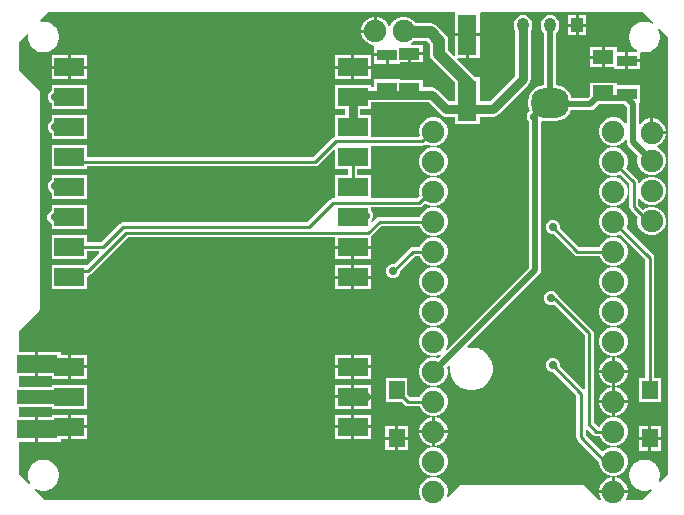
<source format=gbr>
G04*
G04 #@! TF.GenerationSoftware,Altium Limited,Altium Designer,25.5.2 (35)*
G04*
G04 Layer_Physical_Order=1*
G04 Layer_Color=6711008*
%FSLAX44Y44*%
%MOMM*%
G71*
G04*
G04 #@! TF.SameCoordinates,A7D09D84-BF10-4A22-89B3-4961FFB17041*
G04*
G04*
G04 #@! TF.FilePolarity,Positive*
G04*
G01*
G75*
%ADD14C,0.2540*%
%ADD19R,2.5000X1.5000*%
%ADD20R,1.7000X0.9500*%
%ADD21R,1.8000X1.0000*%
%ADD22R,1.6000X3.5000*%
G04:AMPARAMS|DCode=23|XSize=1.2mm|YSize=1mm|CornerRadius=0.5mm|HoleSize=0mm|Usage=FLASHONLY|Rotation=270.000|XOffset=0mm|YOffset=0mm|HoleType=Round|Shape=RoundedRectangle|*
%AMROUNDEDRECTD23*
21,1,1.2000,0.0000,0,0,270.0*
21,1,0.2000,1.0000,0,0,270.0*
1,1,1.0000,0.0000,-0.1000*
1,1,1.0000,0.0000,0.1000*
1,1,1.0000,0.0000,0.1000*
1,1,1.0000,0.0000,-0.1000*
%
%ADD23ROUNDEDRECTD23*%
%ADD24R,3.5000X1.6000*%
%ADD25R,1.8000X1.1500*%
%ADD26R,1.0000X1.2000*%
G04:AMPARAMS|DCode=27|XSize=2.5mm|YSize=3.1821mm|CornerRadius=1.0875mm|HoleSize=0mm|Usage=FLASHONLY|Rotation=270.000|XOffset=0mm|YOffset=0mm|HoleType=Round|Shape=RoundedRectangle|*
%AMROUNDEDRECTD27*
21,1,2.5000,1.0071,0,0,270.0*
21,1,0.3250,3.1821,0,0,270.0*
1,1,2.1750,-0.5036,-0.1625*
1,1,2.1750,-0.5036,0.1625*
1,1,2.1750,0.5036,0.1625*
1,1,2.1750,0.5036,-0.1625*
%
%ADD27ROUNDEDRECTD27*%
%ADD28R,3.5000X1.2000*%
%ADD35R,1.3599X1.5301*%
%ADD36C,0.7500*%
%ADD37C,1.0000*%
%ADD38C,0.5000*%
%ADD39C,1.9000*%
%ADD40C,0.7000*%
G36*
X354460Y415973D02*
Y398270D01*
X365000D01*
X375540D01*
Y415092D01*
X376417Y415969D01*
X513733Y415942D01*
X522466Y407208D01*
X521676Y406245D01*
X521436Y406405D01*
X521158Y406521D01*
X520907Y406688D01*
X519087Y407442D01*
X518792Y407500D01*
X518514Y407616D01*
X516582Y408000D01*
X516280D01*
X515985Y408059D01*
X514015D01*
X513720Y408000D01*
X513418D01*
X511486Y407616D01*
X511208Y407500D01*
X510913Y407442D01*
X509093Y406688D01*
X508842Y406520D01*
X508564Y406405D01*
X506926Y405311D01*
X506713Y405098D01*
X506463Y404930D01*
X505070Y403537D01*
X504902Y403287D01*
X504689Y403074D01*
X503595Y401436D01*
X503479Y401158D01*
X503312Y400907D01*
X502558Y399087D01*
X502500Y398792D01*
X502384Y398514D01*
X502000Y396582D01*
Y396280D01*
X501941Y395985D01*
Y394015D01*
X502000Y393720D01*
Y393418D01*
X502384Y391486D01*
X502500Y391208D01*
X502558Y390913D01*
X503312Y389093D01*
X503479Y388842D01*
X503595Y388564D01*
X504689Y386926D01*
X504902Y386713D01*
X505070Y386463D01*
X506463Y385070D01*
X506713Y384902D01*
X506926Y384689D01*
X508564Y383595D01*
X508842Y383479D01*
X508391Y382290D01*
X501270D01*
Y376270D01*
X511040D01*
Y381239D01*
X511076Y381332D01*
X512280Y382226D01*
X513418Y382000D01*
X513720D01*
X514015Y381941D01*
X515985D01*
X516280Y382000D01*
X516582D01*
X518514Y382384D01*
X518792Y382500D01*
X519087Y382558D01*
X520907Y383312D01*
X521158Y383479D01*
X521436Y383595D01*
X523074Y384689D01*
X523287Y384902D01*
X523537Y385070D01*
X524930Y386463D01*
X525098Y386713D01*
X525311Y386926D01*
X526405Y388564D01*
X526521Y388842D01*
X526688Y389093D01*
X527442Y390913D01*
X527500Y391208D01*
X527616Y391486D01*
X528000Y393418D01*
Y393720D01*
X528059Y394015D01*
Y395985D01*
X528000Y396280D01*
Y396582D01*
X527616Y398514D01*
X527500Y398792D01*
X527442Y399087D01*
X526688Y400907D01*
X526521Y401158D01*
X526405Y401436D01*
X526245Y401676D01*
X527208Y402466D01*
X535151Y394523D01*
Y25127D01*
X527968Y17944D01*
X526917Y18646D01*
X527442Y19913D01*
X527500Y20208D01*
X527616Y20486D01*
X528000Y22418D01*
Y22720D01*
X528059Y23015D01*
Y24985D01*
X528000Y25280D01*
Y25582D01*
X527616Y27514D01*
X527500Y27792D01*
X527442Y28087D01*
X526688Y29907D01*
X526521Y30158D01*
X526405Y30436D01*
X525311Y32074D01*
X525098Y32287D01*
X524930Y32538D01*
X523537Y33930D01*
X523287Y34098D01*
X523074Y34311D01*
X521436Y35405D01*
X521158Y35521D01*
X520907Y35688D01*
X519087Y36442D01*
X518792Y36500D01*
X518514Y36616D01*
X516582Y37000D01*
X516280D01*
X515985Y37059D01*
X514015D01*
X513720Y37000D01*
X513418D01*
X511486Y36616D01*
X511208Y36500D01*
X510913Y36442D01*
X509093Y35688D01*
X508842Y35521D01*
X508564Y35405D01*
X506926Y34311D01*
X506713Y34098D01*
X506463Y33930D01*
X505070Y32538D01*
X504902Y32287D01*
X504689Y32074D01*
X503595Y30436D01*
X503479Y30158D01*
X503312Y29907D01*
X502558Y28087D01*
X502500Y27792D01*
X502384Y27514D01*
X502000Y25582D01*
Y25280D01*
X501941Y24985D01*
Y23015D01*
X502000Y22720D01*
Y22418D01*
X502384Y20486D01*
X502500Y20208D01*
X502558Y19913D01*
X503312Y18093D01*
X503479Y17842D01*
X503595Y17564D01*
X504689Y15926D01*
X504902Y15713D01*
X505070Y15462D01*
X506463Y14070D01*
X506713Y13902D01*
X506926Y13689D01*
X508564Y12595D01*
X508842Y12479D01*
X509093Y12312D01*
X510913Y11558D01*
X511208Y11500D01*
X511486Y11384D01*
X513418Y11000D01*
X513720D01*
X514015Y10941D01*
X515985D01*
X516280Y11000D01*
X516582D01*
X518514Y11384D01*
X518792Y11500D01*
X519087Y11558D01*
X520354Y12083D01*
X521056Y11032D01*
X513083Y3059D01*
X499689D01*
X499070Y4132D01*
X499866Y5513D01*
X500687Y8575D01*
Y8890D01*
X476607D01*
Y8575D01*
X477427Y5513D01*
X478224Y4132D01*
X477604Y3059D01*
X475977D01*
X464173Y14863D01*
X463181Y15526D01*
X462010Y15759D01*
X462010Y15759D01*
X360410D01*
X360410Y15759D01*
X359240Y15526D01*
X358247Y14863D01*
X358247Y14863D01*
X348685Y5300D01*
X347573Y5942D01*
X348280Y8580D01*
Y11740D01*
X347462Y14792D01*
X345882Y17528D01*
X343648Y19762D01*
X340912Y21342D01*
X337860Y22160D01*
X334700D01*
X331648Y21342D01*
X328912Y19762D01*
X326678Y17528D01*
X325098Y14792D01*
X324280Y11740D01*
Y8580D01*
X325098Y5528D01*
X325904Y4132D01*
X325284Y3059D01*
X7267D01*
X-1466Y11792D01*
X-676Y12755D01*
X-436Y12595D01*
X-158Y12479D01*
X93Y12312D01*
X1913Y11558D01*
X2208Y11500D01*
X2486Y11384D01*
X4418Y11000D01*
X4720D01*
X5015Y10941D01*
X6985D01*
X7280Y11000D01*
X7582D01*
X9514Y11384D01*
X9792Y11500D01*
X10087Y11558D01*
X11907Y12312D01*
X12158Y12479D01*
X12436Y12595D01*
X14074Y13689D01*
X14287Y13902D01*
X14538Y14070D01*
X15930Y15462D01*
X16098Y15713D01*
X16311Y15926D01*
X17405Y17564D01*
X17521Y17842D01*
X17688Y18093D01*
X18442Y19913D01*
X18500Y20208D01*
X18616Y20486D01*
X19000Y22418D01*
Y22720D01*
X19059Y23015D01*
Y24985D01*
X19000Y25280D01*
Y25582D01*
X18616Y27514D01*
X18500Y27792D01*
X18442Y28087D01*
X17688Y29907D01*
X17521Y30158D01*
X17405Y30436D01*
X16311Y32074D01*
X16098Y32287D01*
X15930Y32538D01*
X14538Y33930D01*
X14287Y34098D01*
X14074Y34311D01*
X12436Y35405D01*
X12158Y35521D01*
X11907Y35688D01*
X10087Y36442D01*
X9792Y36500D01*
X9514Y36616D01*
X7582Y37000D01*
X7280D01*
X6985Y37059D01*
X5015D01*
X4720Y37000D01*
X4418D01*
X2486Y36616D01*
X2208Y36500D01*
X1912Y36442D01*
X93Y35688D01*
X-158Y35521D01*
X-436Y35405D01*
X-2074Y34311D01*
X-2287Y34098D01*
X-2537Y33930D01*
X-3930Y32538D01*
X-4098Y32287D01*
X-4311Y32074D01*
X-5405Y30436D01*
X-5520Y30158D01*
X-5688Y29907D01*
X-6442Y28087D01*
X-6500Y27792D01*
X-6616Y27514D01*
X-7000Y25582D01*
Y25280D01*
X-7059Y24985D01*
Y23015D01*
X-7000Y22720D01*
Y22418D01*
X-6616Y20486D01*
X-6500Y20208D01*
X-6442Y19913D01*
X-5688Y18093D01*
X-5520Y17842D01*
X-5405Y17564D01*
X-5245Y17324D01*
X-6208Y16534D01*
X-14721Y25047D01*
Y52184D01*
X-670D01*
Y62724D01*
Y73264D01*
X-14721D01*
Y81924D01*
X13082D01*
Y80270D01*
X43082D01*
Y100270D01*
X13082D01*
Y98924D01*
X-14721D01*
Y107584D01*
X-670D01*
Y118124D01*
Y128664D01*
X-14721D01*
Y145098D01*
X2236Y163267D01*
X2523Y163730D01*
X2826Y164184D01*
X2836Y164236D01*
X2864Y164282D01*
X2952Y164820D01*
X3059Y165354D01*
Y347709D01*
X2826Y348880D01*
X2163Y349872D01*
X2163Y349872D01*
X-14721Y366755D01*
Y391164D01*
X-8006Y397878D01*
X-6864Y397267D01*
X-7000Y396582D01*
Y396280D01*
X-7059Y395985D01*
Y394015D01*
X-7000Y393720D01*
Y393418D01*
X-6616Y391486D01*
X-6500Y391208D01*
X-6442Y390913D01*
X-5688Y389093D01*
X-5520Y388842D01*
X-5405Y388564D01*
X-4311Y386926D01*
X-4098Y386713D01*
X-3930Y386463D01*
X-2537Y385070D01*
X-2287Y384902D01*
X-2074Y384689D01*
X-436Y383595D01*
X-158Y383479D01*
X93Y383312D01*
X1913Y382558D01*
X2208Y382500D01*
X2486Y382384D01*
X4418Y382000D01*
X4720D01*
X5015Y381941D01*
X6985D01*
X7280Y382000D01*
X7582D01*
X9514Y382384D01*
X9792Y382500D01*
X10087Y382558D01*
X11907Y383312D01*
X12158Y383479D01*
X12436Y383595D01*
X14074Y384689D01*
X14287Y384902D01*
X14538Y385070D01*
X15930Y386463D01*
X16098Y386713D01*
X16311Y386926D01*
X17405Y388564D01*
X17521Y388842D01*
X17688Y389093D01*
X18442Y390913D01*
X18500Y391208D01*
X18616Y391486D01*
X19000Y393418D01*
Y393720D01*
X19059Y394015D01*
Y395985D01*
X19000Y396280D01*
Y396582D01*
X18616Y398514D01*
X18500Y398792D01*
X18442Y399087D01*
X17688Y400907D01*
X17521Y401158D01*
X17405Y401436D01*
X16311Y403074D01*
X16098Y403287D01*
X15930Y403537D01*
X14538Y404930D01*
X14287Y405098D01*
X14074Y405311D01*
X12436Y406405D01*
X12158Y406521D01*
X11907Y406688D01*
X10087Y407442D01*
X9792Y407500D01*
X9514Y407616D01*
X7582Y408000D01*
X7280D01*
X6985Y408059D01*
X5015D01*
X4720Y408000D01*
X4418D01*
X3733Y407864D01*
X3122Y409006D01*
X10156Y416041D01*
X354460Y415973D01*
D02*
G37*
%LPC*%
G36*
X465440Y413490D02*
X459170D01*
Y406220D01*
X465440D01*
Y413490D01*
D02*
G37*
G36*
X456630D02*
X450360D01*
Y406220D01*
X456630D01*
Y413490D01*
D02*
G37*
G36*
X285730Y412040D02*
X285415D01*
X282353Y411219D01*
X279607Y409634D01*
X277366Y407393D01*
X275781Y404647D01*
X274960Y401585D01*
Y401270D01*
X285730D01*
Y412040D01*
D02*
G37*
G36*
X465440Y403680D02*
X459170D01*
Y396410D01*
X465440D01*
Y403680D01*
D02*
G37*
G36*
X456630D02*
X450360D01*
Y396410D01*
X456630D01*
Y403680D01*
D02*
G37*
G36*
X478730Y386290D02*
X468460D01*
Y379270D01*
X478730D01*
Y386290D01*
D02*
G37*
G36*
X375540Y395730D02*
X366270D01*
Y376960D01*
X375540D01*
Y395730D01*
D02*
G37*
G36*
X327460Y379730D02*
X317190D01*
Y373460D01*
X327460D01*
Y379730D01*
D02*
G37*
G36*
X295910Y378490D02*
X286140D01*
Y372470D01*
X295910D01*
Y378490D01*
D02*
G37*
G36*
X283121Y379510D02*
X269351D01*
Y370740D01*
X283121D01*
Y379510D01*
D02*
G37*
G36*
X266811D02*
X253041D01*
Y370740D01*
X266811D01*
Y379510D01*
D02*
G37*
G36*
X43122D02*
X29352D01*
Y370740D01*
X43122D01*
Y379510D01*
D02*
G37*
G36*
X26812D02*
X13042D01*
Y370740D01*
X26812D01*
Y379510D01*
D02*
G37*
G36*
X478730Y376730D02*
X468460D01*
Y369710D01*
X478730D01*
Y376730D01*
D02*
G37*
G36*
X511040Y373730D02*
X501270D01*
Y367710D01*
X511040D01*
Y373730D01*
D02*
G37*
G36*
X491540Y386290D02*
X481270D01*
Y378000D01*
Y369710D01*
X488960D01*
Y367710D01*
X498730D01*
Y375000D01*
Y382290D01*
X491540D01*
Y386290D01*
D02*
G37*
G36*
X283121Y368200D02*
X269351D01*
Y359430D01*
X283121D01*
Y368200D01*
D02*
G37*
G36*
X266811D02*
X253041D01*
Y359430D01*
X266811D01*
Y368200D01*
D02*
G37*
G36*
X43122D02*
X29352D01*
Y359430D01*
X43122D01*
Y368200D01*
D02*
G37*
G36*
X26812D02*
X13042D01*
Y359430D01*
X26812D01*
Y368200D01*
D02*
G37*
G36*
X412100Y413515D02*
X410142Y413257D01*
X408318Y412501D01*
X406751Y411299D01*
X405549Y409732D01*
X404793Y407908D01*
X404535Y405950D01*
Y403950D01*
X404793Y401992D01*
X405549Y400168D01*
X405728Y399935D01*
Y361740D01*
X384360Y340372D01*
X375500D01*
Y361000D01*
X371198D01*
X356384Y375814D01*
X356858Y376960D01*
X363730D01*
Y395730D01*
X354460D01*
Y379358D01*
X353314Y378884D01*
X348565Y383633D01*
Y392000D01*
X348307Y393958D01*
X347551Y395782D01*
X346349Y397349D01*
X339349Y404349D01*
X337782Y405551D01*
X335958Y406307D01*
X334000Y406565D01*
X321245D01*
X320822Y406988D01*
X320602Y407368D01*
X318368Y409602D01*
X317409Y410156D01*
X316894Y410551D01*
X316294Y410800D01*
X315632Y411182D01*
X312580Y412000D01*
X309420D01*
X306368Y411182D01*
X303632Y409602D01*
X301398Y407368D01*
X299818Y404632D01*
X299641Y403971D01*
X298401D01*
X298220Y404647D01*
X296634Y407393D01*
X294393Y409634D01*
X291647Y411219D01*
X288585Y412040D01*
X288270D01*
Y400000D01*
X287000D01*
Y398730D01*
X274960D01*
Y398415D01*
X275781Y395353D01*
X277366Y392607D01*
X279607Y390366D01*
X282353Y388781D01*
X285371Y387972D01*
X286140Y387050D01*
Y381030D01*
X297180D01*
Y379760D01*
X298450D01*
Y372470D01*
X308220D01*
Y373460D01*
X314650D01*
Y381000D01*
X315920D01*
Y382270D01*
X327460D01*
Y388540D01*
X317631D01*
X317298Y389780D01*
X318368Y390398D01*
X319406Y391435D01*
X330867D01*
X333435Y388867D01*
Y380500D01*
X333693Y378542D01*
X334449Y376718D01*
X335651Y375151D01*
X354500Y356302D01*
Y340372D01*
X349640D01*
X339506Y350506D01*
X337439Y351887D01*
X335000Y352372D01*
X327420D01*
Y358500D01*
X308180D01*
Y359010D01*
X286180D01*
Y352372D01*
X283081D01*
Y354070D01*
X253081D01*
Y334070D01*
X261709D01*
Y328670D01*
X253081D01*
Y310414D01*
X252113Y310221D01*
X250866Y309388D01*
X250866Y309388D01*
X234628Y293150D01*
X43082D01*
Y303270D01*
X13082D01*
Y283270D01*
X43082D01*
Y285462D01*
X236220D01*
X236220Y285462D01*
X237691Y285755D01*
X238938Y286588D01*
X251936Y299586D01*
X253081Y299111D01*
Y283270D01*
X264237D01*
Y277870D01*
X253081D01*
Y258314D01*
X251422D01*
X249951Y258021D01*
X248704Y257188D01*
X248704Y257188D01*
X229469Y237953D01*
X73566D01*
X73566Y237953D01*
X72095Y237661D01*
X70848Y236828D01*
X70848Y236828D01*
X55184Y221164D01*
X43082D01*
Y227070D01*
X13082D01*
Y207070D01*
X43082D01*
Y213476D01*
X53004D01*
X53478Y212330D01*
X42818Y201670D01*
X13082D01*
Y181670D01*
X43082D01*
Y191824D01*
X43410Y192982D01*
X44881Y193275D01*
X46128Y194108D01*
X77246Y225226D01*
X253041D01*
Y218340D01*
X283121D01*
Y225923D01*
X283763Y226352D01*
X292328Y234916D01*
X324887D01*
X325098Y234128D01*
X326678Y231392D01*
X328912Y229158D01*
X331648Y227578D01*
X334700Y226760D01*
X337860D01*
X340912Y227578D01*
X343648Y229158D01*
X345882Y231392D01*
X347462Y234128D01*
X348280Y237180D01*
Y240340D01*
X347462Y243392D01*
X345882Y246128D01*
X343648Y248362D01*
X340912Y249942D01*
X337860Y250760D01*
X334700D01*
X331648Y249942D01*
X328912Y248362D01*
X326678Y246128D01*
X325098Y243392D01*
X324887Y242604D01*
X290736D01*
X290735Y242604D01*
X289265Y242311D01*
X288018Y241478D01*
X288017Y241478D01*
X284744Y238205D01*
X283437Y238651D01*
X283353Y239307D01*
X284487Y240441D01*
X285400Y242647D01*
Y245033D01*
X284487Y247239D01*
X283081Y248644D01*
Y250626D01*
X324050D01*
X324050Y250626D01*
X325521Y250918D01*
X326768Y251752D01*
X329332Y254315D01*
X331648Y252978D01*
X334700Y252160D01*
X337860D01*
X340912Y252978D01*
X343648Y254558D01*
X345882Y256792D01*
X347462Y259528D01*
X348280Y262580D01*
Y265740D01*
X347462Y268792D01*
X345882Y271528D01*
X343648Y273762D01*
X340912Y275342D01*
X337860Y276160D01*
X334700D01*
X331648Y275342D01*
X328912Y273762D01*
X326678Y271528D01*
X325098Y268792D01*
X324280Y265740D01*
Y262580D01*
X324797Y260652D01*
X322458Y258314D01*
X283081D01*
Y277870D01*
X271925D01*
Y283270D01*
X283081D01*
Y302826D01*
X326437D01*
X326437Y302826D01*
X327908Y303118D01*
X329155Y303952D01*
X329957Y304754D01*
X331648Y303778D01*
X334700Y302960D01*
X337860D01*
X340912Y303778D01*
X343648Y305358D01*
X345882Y307592D01*
X347462Y310328D01*
X348280Y313380D01*
Y316540D01*
X347462Y319592D01*
X345882Y322328D01*
X343648Y324562D01*
X340912Y326142D01*
X337860Y326960D01*
X334700D01*
X331648Y326142D01*
X328912Y324562D01*
X326678Y322328D01*
X325098Y319592D01*
X324280Y316540D01*
Y313380D01*
X324716Y311754D01*
X323764Y310514D01*
X283081D01*
Y328670D01*
X274454D01*
Y334070D01*
X283081D01*
Y339627D01*
X332360D01*
X342494Y329494D01*
X342494Y329494D01*
X344561Y328113D01*
X347000Y327627D01*
X354500D01*
Y321000D01*
X375500D01*
Y327627D01*
X387000D01*
X389439Y328113D01*
X391506Y329494D01*
X416606Y354594D01*
X417987Y356661D01*
X418472Y359100D01*
Y399935D01*
X418651Y400168D01*
X419407Y401992D01*
X419665Y403950D01*
Y405950D01*
X419407Y407908D01*
X418651Y409732D01*
X417449Y411299D01*
X415882Y412501D01*
X414058Y413257D01*
X412100Y413515D01*
D02*
G37*
G36*
X43082Y354070D02*
X13082D01*
Y349455D01*
X12603Y349257D01*
X10915Y347569D01*
X10002Y345364D01*
Y342976D01*
X10915Y340771D01*
X12603Y339083D01*
X13082Y338885D01*
Y334070D01*
X43082D01*
Y354070D01*
D02*
G37*
G36*
X435000Y413515D02*
X433042Y413257D01*
X431218Y412501D01*
X429651Y411299D01*
X428449Y409732D01*
X427693Y407908D01*
X427435Y405950D01*
Y403950D01*
X427693Y401992D01*
X428449Y400168D01*
X429651Y398601D01*
X429902Y398408D01*
Y354157D01*
X426473Y353706D01*
X423219Y352358D01*
X420425Y350214D01*
X418281Y347420D01*
X416934Y344167D01*
X416474Y340675D01*
Y337425D01*
X416934Y333933D01*
X417664Y332169D01*
X416553Y331059D01*
X415640Y328853D01*
Y326466D01*
X416553Y324261D01*
X417112Y323703D01*
Y199802D01*
X347604Y130293D01*
X346612Y131055D01*
X347462Y132528D01*
X348280Y135580D01*
Y138740D01*
X347462Y141792D01*
X345882Y144528D01*
X343648Y146762D01*
X340912Y148342D01*
X337860Y149160D01*
X334700D01*
X331648Y148342D01*
X328912Y146762D01*
X326678Y144528D01*
X325098Y141792D01*
X324280Y138740D01*
Y135580D01*
X325098Y132528D01*
X326678Y129792D01*
X328912Y127558D01*
X331648Y125978D01*
X334700Y125160D01*
X337860D01*
X340912Y125978D01*
X342385Y126828D01*
X343147Y125836D01*
X340392Y123082D01*
X337860Y123760D01*
X334700D01*
X331648Y122942D01*
X328912Y121362D01*
X326678Y119128D01*
X325098Y116392D01*
X324280Y113340D01*
Y110180D01*
X325098Y107128D01*
X326678Y104392D01*
X328912Y102158D01*
X331648Y100578D01*
X334700Y99760D01*
X337860D01*
X340912Y100578D01*
X343648Y102158D01*
X345882Y104392D01*
X347462Y107128D01*
X348280Y110180D01*
Y113340D01*
X347602Y115872D01*
X349317Y117587D01*
X350460Y116976D01*
X350280Y116074D01*
Y115773D01*
X350221Y115477D01*
Y112523D01*
X350280Y112227D01*
Y111926D01*
X350856Y109028D01*
X350972Y108750D01*
X351031Y108454D01*
X352161Y105724D01*
X352329Y105474D01*
X352444Y105196D01*
X354086Y102739D01*
X354299Y102526D01*
X354466Y102275D01*
X356555Y100186D01*
X356806Y100019D01*
X357019Y99805D01*
X359476Y98164D01*
X359754Y98049D01*
X360004Y97881D01*
X362734Y96750D01*
X363030Y96692D01*
X363308Y96576D01*
X366206Y96000D01*
X366507D01*
X366803Y95941D01*
X369757D01*
X370053Y96000D01*
X370354D01*
X373252Y96576D01*
X373530Y96692D01*
X373826Y96750D01*
X376556Y97881D01*
X376806Y98049D01*
X377085Y98164D01*
X379541Y99805D01*
X379754Y100019D01*
X380005Y100186D01*
X382094Y102275D01*
X382262Y102526D01*
X382475Y102739D01*
X384116Y105196D01*
X384231Y105474D01*
X384399Y105724D01*
X385530Y108454D01*
X385588Y108750D01*
X385704Y109028D01*
X386280Y111926D01*
Y112227D01*
X386339Y112523D01*
Y115477D01*
X386280Y115773D01*
Y116074D01*
X385704Y118972D01*
X385588Y119250D01*
X385530Y119546D01*
X384399Y122276D01*
X384231Y122526D01*
X384116Y122804D01*
X382475Y125261D01*
X382262Y125474D01*
X382094Y125725D01*
X380005Y127814D01*
X379754Y127982D01*
X379541Y128195D01*
X377085Y129836D01*
X376806Y129951D01*
X376556Y130119D01*
X373826Y131250D01*
X373530Y131308D01*
X373252Y131424D01*
X370354Y132000D01*
X370053D01*
X369757Y132059D01*
X366803D01*
X366507Y132000D01*
X366206D01*
X365304Y131820D01*
X364693Y132963D01*
X425815Y194085D01*
X426920Y195739D01*
X427308Y197690D01*
Y323344D01*
X428240Y324162D01*
X429964Y323935D01*
X440036D01*
X443527Y324394D01*
X446781Y325742D01*
X449575Y327886D01*
X451719Y330680D01*
X452639Y332902D01*
X469000D01*
X470951Y333290D01*
X472605Y334395D01*
X476112Y337902D01*
X497959D01*
X499902Y335959D01*
Y322003D01*
X498662Y321671D01*
X498282Y322328D01*
X496048Y324562D01*
X493312Y326142D01*
X490260Y326960D01*
X487100D01*
X484048Y326142D01*
X481312Y324562D01*
X479078Y322328D01*
X477498Y319592D01*
X476680Y316540D01*
Y313380D01*
X477498Y310328D01*
X479078Y307592D01*
X481312Y305358D01*
X484048Y303778D01*
X487100Y302960D01*
X490260D01*
X493312Y303778D01*
X496048Y305358D01*
X498282Y307592D01*
X498662Y308249D01*
X499902Y307917D01*
Y306394D01*
X500290Y304443D01*
X501395Y302789D01*
X509695Y294490D01*
X509016Y291958D01*
Y288798D01*
X509834Y285746D01*
X511414Y283010D01*
X513648Y280776D01*
X516384Y279196D01*
X519436Y278378D01*
X522596D01*
X525648Y279196D01*
X528384Y280776D01*
X530618Y283010D01*
X532198Y285746D01*
X533016Y288798D01*
Y291958D01*
X532198Y295010D01*
X530618Y297746D01*
X528384Y299980D01*
X525723Y301517D01*
X525647Y301904D01*
Y302437D01*
X525722Y302824D01*
X528393Y304366D01*
X530634Y306607D01*
X532220Y309353D01*
X533040Y312415D01*
Y312730D01*
X521000D01*
Y314000D01*
X519730D01*
Y326040D01*
X519415D01*
X516353Y325219D01*
X513607Y323634D01*
X511366Y321393D01*
X511296Y321272D01*
X510098Y321592D01*
Y338071D01*
X510011Y338510D01*
X511000Y339750D01*
X511000D01*
Y354250D01*
X491500D01*
Y356250D01*
X468500D01*
Y344710D01*
X466888Y343098D01*
X453207D01*
X453066Y344167D01*
X451719Y347420D01*
X449575Y350214D01*
X446781Y352358D01*
X443527Y353706D01*
X440098Y354157D01*
Y398408D01*
X440349Y398601D01*
X441551Y400168D01*
X442307Y401992D01*
X442565Y403950D01*
Y405950D01*
X442307Y407908D01*
X441551Y409732D01*
X440349Y411299D01*
X438782Y412501D01*
X436958Y413257D01*
X435000Y413515D01*
D02*
G37*
G36*
X522585Y326040D02*
X522270D01*
Y315270D01*
X533040D01*
Y315585D01*
X532220Y318647D01*
X530634Y321393D01*
X528393Y323634D01*
X525647Y325219D01*
X522585Y326040D01*
D02*
G37*
G36*
X43082Y328670D02*
X13082D01*
Y324166D01*
X12586Y323961D01*
X10898Y322273D01*
X9985Y320068D01*
Y317681D01*
X10898Y315476D01*
X12586Y313788D01*
X13082Y313583D01*
Y308670D01*
X43082D01*
Y328670D01*
D02*
G37*
G36*
X337860Y301560D02*
X334700D01*
X331648Y300742D01*
X328912Y299162D01*
X326678Y296928D01*
X325098Y294192D01*
X324280Y291140D01*
Y287980D01*
X325098Y284928D01*
X326678Y282192D01*
X328912Y279958D01*
X331648Y278378D01*
X334700Y277560D01*
X337860D01*
X340912Y278378D01*
X343648Y279958D01*
X345882Y282192D01*
X347462Y284928D01*
X348280Y287980D01*
Y291140D01*
X347462Y294192D01*
X345882Y296928D01*
X343648Y299162D01*
X340912Y300742D01*
X337860Y301560D01*
D02*
G37*
G36*
X43082Y277870D02*
X13082D01*
Y273657D01*
X12857Y273565D01*
X11169Y271877D01*
X10256Y269671D01*
Y267285D01*
X11169Y265079D01*
X12857Y263391D01*
X13082Y263298D01*
Y257870D01*
X43082D01*
Y277870D01*
D02*
G37*
G36*
X490260Y301560D02*
X487100D01*
X484048Y300742D01*
X481312Y299162D01*
X479078Y296928D01*
X477498Y294192D01*
X476680Y291140D01*
Y287980D01*
X477498Y284928D01*
X479078Y282192D01*
X481312Y279958D01*
X484048Y278378D01*
X487100Y277560D01*
X490260D01*
X493312Y278378D01*
X494018Y278786D01*
X502156Y270648D01*
Y251343D01*
X502156Y251343D01*
X502449Y249872D01*
X503282Y248625D01*
X509490Y242417D01*
X509016Y240650D01*
Y237490D01*
X509834Y234438D01*
X511414Y231702D01*
X513648Y229468D01*
X516384Y227888D01*
X519436Y227070D01*
X522596D01*
X525648Y227888D01*
X528384Y229468D01*
X530618Y231702D01*
X532198Y234438D01*
X533016Y237490D01*
Y240650D01*
X532198Y243702D01*
X530618Y246438D01*
X528384Y248672D01*
X525648Y250252D01*
X522596Y251070D01*
X519436D01*
X516384Y250252D01*
X513939Y248840D01*
X509844Y252935D01*
Y257679D01*
X511042Y258000D01*
X511414Y257356D01*
X513648Y255122D01*
X516384Y253542D01*
X519436Y252724D01*
X522596D01*
X525648Y253542D01*
X528384Y255122D01*
X530618Y257356D01*
X532198Y260092D01*
X533016Y263144D01*
Y266304D01*
X532198Y269356D01*
X530618Y272092D01*
X528384Y274326D01*
X525648Y275906D01*
X522596Y276724D01*
X519436D01*
X516384Y275906D01*
X513648Y274326D01*
X511414Y272092D01*
X511042Y271448D01*
X509844Y271769D01*
Y272240D01*
X509844Y272240D01*
X509551Y273711D01*
X508718Y274958D01*
X499454Y284222D01*
X499862Y284928D01*
X500680Y287980D01*
Y291140D01*
X499862Y294192D01*
X498282Y296928D01*
X496048Y299162D01*
X493312Y300742D01*
X490260Y301560D01*
D02*
G37*
G36*
Y276160D02*
X487100D01*
X484048Y275342D01*
X481312Y273762D01*
X479078Y271528D01*
X477498Y268792D01*
X476680Y265740D01*
Y262580D01*
X477498Y259528D01*
X479078Y256792D01*
X481312Y254558D01*
X484048Y252978D01*
X487100Y252160D01*
X490260D01*
X493312Y252978D01*
X496048Y254558D01*
X498282Y256792D01*
X499862Y259528D01*
X500680Y262580D01*
Y265740D01*
X499862Y268792D01*
X498282Y271528D01*
X496048Y273762D01*
X493312Y275342D01*
X490260Y276160D01*
D02*
G37*
G36*
X43082Y252470D02*
X13082D01*
Y247811D01*
X12095Y247403D01*
X10407Y245715D01*
X9494Y243510D01*
Y241122D01*
X10407Y238917D01*
X12095Y237229D01*
X13082Y236821D01*
Y232470D01*
X43082D01*
Y252470D01*
D02*
G37*
G36*
X337860Y225360D02*
X334700D01*
X331648Y224542D01*
X328912Y222962D01*
X326678Y220728D01*
X325098Y217992D01*
X324887Y217204D01*
X318770D01*
X318770Y217204D01*
X317299Y216911D01*
X316052Y216078D01*
X302570Y202596D01*
X300812D01*
X298607Y201683D01*
X296919Y199995D01*
X296006Y197789D01*
Y195403D01*
X296919Y193197D01*
X298607Y191509D01*
X300812Y190596D01*
X303200D01*
X305405Y191509D01*
X307093Y193197D01*
X308006Y195403D01*
Y197160D01*
X320362Y209516D01*
X324887D01*
X325098Y208728D01*
X326678Y205992D01*
X328912Y203758D01*
X331648Y202178D01*
X334700Y201360D01*
X337860D01*
X340912Y202178D01*
X343648Y203758D01*
X345882Y205992D01*
X347462Y208728D01*
X348280Y211780D01*
Y214940D01*
X347462Y217992D01*
X345882Y220728D01*
X343648Y222962D01*
X340912Y224542D01*
X337860Y225360D01*
D02*
G37*
G36*
X283121Y215800D02*
X269351D01*
Y207030D01*
X283121D01*
Y215800D01*
D02*
G37*
G36*
X266811D02*
X253041D01*
Y207030D01*
X266811D01*
Y215800D01*
D02*
G37*
G36*
X438610Y240000D02*
X436223D01*
X434018Y239086D01*
X432330Y237399D01*
X431417Y235194D01*
Y232806D01*
X432330Y230601D01*
X434018Y228913D01*
X436223Y228000D01*
X437981D01*
X455339Y210642D01*
X456586Y209809D01*
X458057Y209516D01*
X477287D01*
X477498Y208728D01*
X479078Y205992D01*
X481312Y203758D01*
X484048Y202178D01*
X487100Y201360D01*
X490260D01*
X493312Y202178D01*
X496048Y203758D01*
X498282Y205992D01*
X499862Y208728D01*
X500680Y211780D01*
Y214940D01*
X499862Y217992D01*
X498282Y220728D01*
X496048Y222962D01*
X493312Y224542D01*
X490260Y225360D01*
X487100D01*
X484048Y224542D01*
X481312Y222962D01*
X479078Y220728D01*
X477498Y217992D01*
X477287Y217204D01*
X459649D01*
X443417Y233436D01*
Y235194D01*
X442503Y237399D01*
X440816Y239086D01*
X438610Y240000D01*
D02*
G37*
G36*
X283121Y201710D02*
X269351D01*
Y192940D01*
X283121D01*
Y201710D01*
D02*
G37*
G36*
X266811D02*
X253041D01*
Y192940D01*
X266811D01*
Y201710D01*
D02*
G37*
G36*
X283121Y190400D02*
X269351D01*
Y181630D01*
X283121D01*
Y190400D01*
D02*
G37*
G36*
X266811D02*
X253041D01*
Y181630D01*
X266811D01*
Y190400D01*
D02*
G37*
G36*
X490260Y199960D02*
X487100D01*
X484048Y199142D01*
X481312Y197562D01*
X479078Y195328D01*
X477498Y192592D01*
X476680Y189540D01*
Y186380D01*
X477498Y183328D01*
X479078Y180592D01*
X481312Y178358D01*
X484048Y176778D01*
X487100Y175960D01*
X490260D01*
X493312Y176778D01*
X496048Y178358D01*
X498282Y180592D01*
X499862Y183328D01*
X500680Y186380D01*
Y189540D01*
X499862Y192592D01*
X498282Y195328D01*
X496048Y197562D01*
X493312Y199142D01*
X490260Y199960D01*
D02*
G37*
G36*
X337860D02*
X334700D01*
X331648Y199142D01*
X328912Y197562D01*
X326678Y195328D01*
X325098Y192592D01*
X324280Y189540D01*
Y186380D01*
X325098Y183328D01*
X326678Y180592D01*
X328912Y178358D01*
X331648Y176778D01*
X334700Y175960D01*
X337860D01*
X340912Y176778D01*
X343648Y178358D01*
X345882Y180592D01*
X347462Y183328D01*
X348280Y186380D01*
Y189540D01*
X347462Y192592D01*
X345882Y195328D01*
X343648Y197562D01*
X340912Y199142D01*
X337860Y199960D01*
D02*
G37*
G36*
X490260Y174560D02*
X487100D01*
X484048Y173742D01*
X481312Y172162D01*
X479078Y169928D01*
X477498Y167192D01*
X476680Y164140D01*
Y160980D01*
X477498Y157928D01*
X479078Y155192D01*
X481312Y152958D01*
X484048Y151378D01*
X487100Y150560D01*
X490260D01*
X493312Y151378D01*
X496048Y152958D01*
X498282Y155192D01*
X499862Y157928D01*
X500680Y160980D01*
Y164140D01*
X499862Y167192D01*
X498282Y169928D01*
X496048Y172162D01*
X493312Y173742D01*
X490260Y174560D01*
D02*
G37*
G36*
X337860D02*
X334700D01*
X331648Y173742D01*
X328912Y172162D01*
X326678Y169928D01*
X325098Y167192D01*
X324280Y164140D01*
Y160980D01*
X325098Y157928D01*
X326678Y155192D01*
X328912Y152958D01*
X331648Y151378D01*
X334700Y150560D01*
X337860D01*
X340912Y151378D01*
X343648Y152958D01*
X345882Y155192D01*
X347462Y157928D01*
X348280Y160980D01*
Y164140D01*
X347462Y167192D01*
X345882Y169928D01*
X343648Y172162D01*
X340912Y173742D01*
X337860Y174560D01*
D02*
G37*
G36*
X490260Y149160D02*
X487100D01*
X484048Y148342D01*
X481312Y146762D01*
X479078Y144528D01*
X477498Y141792D01*
X476680Y138740D01*
Y135580D01*
X477498Y132528D01*
X479078Y129792D01*
X481312Y127558D01*
X484048Y125978D01*
X487100Y125160D01*
X490260D01*
X493312Y125978D01*
X496048Y127558D01*
X498282Y129792D01*
X499862Y132528D01*
X500680Y135580D01*
Y138740D01*
X499862Y141792D01*
X498282Y144528D01*
X496048Y146762D01*
X493312Y148342D01*
X490260Y149160D01*
D02*
G37*
G36*
X283121Y125710D02*
X269351D01*
Y116940D01*
X283121D01*
Y125710D01*
D02*
G37*
G36*
X266811D02*
X253041D01*
Y116940D01*
X266811D01*
Y125710D01*
D02*
G37*
G36*
X43122D02*
X29352D01*
Y116940D01*
X43122D01*
Y125710D01*
D02*
G37*
G36*
X490265Y123800D02*
X489950D01*
Y113030D01*
X500720D01*
Y113345D01*
X499899Y116407D01*
X498314Y119153D01*
X496073Y121394D01*
X493327Y122979D01*
X490265Y123800D01*
D02*
G37*
G36*
X487410D02*
X487095D01*
X484033Y122979D01*
X481287Y121394D01*
X479046Y119153D01*
X477461Y116407D01*
X476640Y113345D01*
Y113030D01*
X487410D01*
Y123800D01*
D02*
G37*
G36*
X283121Y114400D02*
X269351D01*
Y105630D01*
X283121D01*
Y114400D01*
D02*
G37*
G36*
X266811D02*
X253041D01*
Y105630D01*
X266811D01*
Y114400D01*
D02*
G37*
G36*
X43122D02*
X29352D01*
Y105630D01*
X43122D01*
Y114400D01*
D02*
G37*
G36*
X20640Y128664D02*
X1870D01*
Y118124D01*
Y107584D01*
X13042D01*
Y105630D01*
X26812D01*
Y115670D01*
Y125710D01*
X20640D01*
Y128664D01*
D02*
G37*
G36*
X500720Y110490D02*
X489950D01*
Y99720D01*
X490265D01*
X493327Y100541D01*
X496073Y102126D01*
X498314Y104367D01*
X499899Y107113D01*
X500720Y110175D01*
Y110490D01*
D02*
G37*
G36*
X487410D02*
X476640D01*
Y110175D01*
X477461Y107113D01*
X479046Y104367D01*
X481287Y102126D01*
X484033Y100541D01*
X487095Y99720D01*
X487410D01*
Y110490D01*
D02*
G37*
G36*
X437403Y180000D02*
X435017D01*
X432811Y179087D01*
X431123Y177399D01*
X430210Y175194D01*
Y172806D01*
X431123Y170601D01*
X432811Y168913D01*
X435017Y168000D01*
X437403D01*
X438585Y168489D01*
X464366Y142708D01*
Y97034D01*
X463126Y96520D01*
X443210Y116436D01*
Y118194D01*
X442297Y120399D01*
X440609Y122086D01*
X438404Y123000D01*
X436017D01*
X433811Y122086D01*
X432123Y120399D01*
X431210Y118194D01*
Y115807D01*
X432123Y113601D01*
X433811Y111913D01*
X436017Y111000D01*
X437774D01*
X457366Y91408D01*
Y56000D01*
X457366Y56000D01*
X457659Y54529D01*
X458492Y53282D01*
X476680Y35094D01*
Y33980D01*
X477498Y30928D01*
X479078Y28192D01*
X481312Y25958D01*
X484048Y24378D01*
X487100Y23560D01*
X490260D01*
X493312Y24378D01*
X496048Y25958D01*
X498282Y28192D01*
X499862Y30928D01*
X500680Y33980D01*
Y37140D01*
X499862Y40192D01*
X498282Y42928D01*
X496048Y45162D01*
X493312Y46742D01*
X490260Y47560D01*
X487100D01*
X484048Y46742D01*
X481312Y45162D01*
X479398Y43248D01*
X465054Y57592D01*
Y62966D01*
X466294Y63480D01*
X471532Y58242D01*
X471532Y58242D01*
X472779Y57409D01*
X474250Y57116D01*
X477287D01*
X477498Y56328D01*
X479078Y53592D01*
X481312Y51358D01*
X484048Y49778D01*
X487100Y48960D01*
X490260D01*
X493312Y49778D01*
X496048Y51358D01*
X498282Y53592D01*
X499862Y56328D01*
X500680Y59380D01*
Y62540D01*
X499862Y65592D01*
X498282Y68328D01*
X496048Y70562D01*
X493312Y72142D01*
X490260Y72960D01*
X487100D01*
X484048Y72142D01*
X481312Y70562D01*
X479078Y68328D01*
X477498Y65592D01*
X477287Y64804D01*
X475842D01*
X472054Y68592D01*
Y144300D01*
X471761Y145771D01*
X470928Y147018D01*
X470928Y147018D01*
X442081Y175865D01*
X441875Y176003D01*
X441297Y177399D01*
X439609Y179087D01*
X437403Y180000D01*
D02*
G37*
G36*
X283121Y100310D02*
X269351D01*
Y91540D01*
X283121D01*
Y100310D01*
D02*
G37*
G36*
X266811D02*
X253041D01*
Y91540D01*
X266811D01*
Y100310D01*
D02*
G37*
G36*
X490265Y98400D02*
X489950D01*
Y87630D01*
X500720D01*
Y87945D01*
X499899Y91007D01*
X498314Y93753D01*
X496073Y95994D01*
X493327Y97579D01*
X490265Y98400D01*
D02*
G37*
G36*
X487410D02*
X487095D01*
X484033Y97579D01*
X481287Y95994D01*
X479046Y93753D01*
X477461Y91007D01*
X476640Y87945D01*
Y87630D01*
X487410D01*
Y98400D01*
D02*
G37*
G36*
X490260Y250760D02*
X487100D01*
X484048Y249942D01*
X481312Y248362D01*
X479078Y246128D01*
X477498Y243392D01*
X476680Y240340D01*
Y237180D01*
X477498Y234128D01*
X479078Y231392D01*
X481312Y229158D01*
X484048Y227578D01*
X487100Y226760D01*
X490260D01*
X493312Y227578D01*
X494018Y227986D01*
X515366Y206638D01*
Y105898D01*
X510236D01*
Y85597D01*
X528835D01*
Y105898D01*
X523054D01*
Y208230D01*
X523054Y208230D01*
X522761Y209701D01*
X521928Y210948D01*
X521928Y210948D01*
X499454Y233422D01*
X499862Y234128D01*
X500680Y237180D01*
Y240340D01*
X499862Y243392D01*
X498282Y246128D01*
X496048Y248362D01*
X493312Y249942D01*
X490260Y250760D01*
D02*
G37*
G36*
X283121Y89000D02*
X269351D01*
Y80230D01*
X283121D01*
Y89000D01*
D02*
G37*
G36*
X266811D02*
X253041D01*
Y80230D01*
X266811D01*
Y89000D01*
D02*
G37*
G36*
X314300Y106151D02*
X295700D01*
Y85850D01*
X309714D01*
X311922Y83642D01*
X311922Y83642D01*
X313169Y82809D01*
X314640Y82516D01*
X324887D01*
X325098Y81728D01*
X326678Y78992D01*
X328912Y76758D01*
X331648Y75178D01*
X334700Y74360D01*
X337860D01*
X340912Y75178D01*
X343648Y76758D01*
X345882Y78992D01*
X347462Y81728D01*
X348280Y84780D01*
Y87940D01*
X347462Y90992D01*
X345882Y93728D01*
X343648Y95962D01*
X340912Y97542D01*
X337860Y98360D01*
X334700D01*
X331648Y97542D01*
X328912Y95962D01*
X326678Y93728D01*
X325098Y90992D01*
X324887Y90204D01*
X316232D01*
X314300Y92136D01*
Y106151D01*
D02*
G37*
G36*
X500720Y85090D02*
X489950D01*
Y74320D01*
X490265D01*
X493327Y75141D01*
X496073Y76726D01*
X498314Y78967D01*
X499899Y81713D01*
X500720Y84775D01*
Y85090D01*
D02*
G37*
G36*
X487410D02*
X476640D01*
Y84775D01*
X477461Y81713D01*
X479046Y78967D01*
X481287Y76726D01*
X484033Y75141D01*
X487095Y74320D01*
X487410D01*
Y85090D01*
D02*
G37*
G36*
X283121Y74910D02*
X269351D01*
Y66140D01*
X283121D01*
Y74910D01*
D02*
G37*
G36*
X266811D02*
X253041D01*
Y66140D01*
X266811D01*
Y74910D01*
D02*
G37*
G36*
X43122D02*
X29352D01*
Y66140D01*
X43122D01*
Y74910D01*
D02*
G37*
G36*
X337865Y73000D02*
X337550D01*
Y62230D01*
X348320D01*
Y62545D01*
X347500Y65607D01*
X345914Y68353D01*
X343673Y70594D01*
X340927Y72179D01*
X337865Y73000D01*
D02*
G37*
G36*
X335010D02*
X334695D01*
X331633Y72179D01*
X328887Y70594D01*
X326646Y68353D01*
X325061Y65607D01*
X324240Y62545D01*
Y62230D01*
X335010D01*
Y73000D01*
D02*
G37*
G36*
X314340Y65491D02*
X306270D01*
Y56570D01*
X314340D01*
Y65491D01*
D02*
G37*
G36*
X303730D02*
X295660D01*
Y56570D01*
X303730D01*
Y65491D01*
D02*
G37*
G36*
X528875Y65238D02*
X520806D01*
Y56318D01*
X528875D01*
Y65238D01*
D02*
G37*
G36*
X518266D02*
X510196D01*
Y56318D01*
X518266D01*
Y65238D01*
D02*
G37*
G36*
X283121Y63600D02*
X269351D01*
Y54830D01*
X283121D01*
Y63600D01*
D02*
G37*
G36*
X266811D02*
X253041D01*
Y54830D01*
X266811D01*
Y63600D01*
D02*
G37*
G36*
X43122D02*
X29352D01*
Y54830D01*
X43122D01*
Y63600D01*
D02*
G37*
G36*
X26812Y74910D02*
X13042D01*
Y73264D01*
X1870D01*
Y62724D01*
Y52184D01*
X20640D01*
Y54830D01*
X26812D01*
Y64870D01*
Y74910D01*
D02*
G37*
G36*
X348320Y59690D02*
X337550D01*
Y48920D01*
X337865D01*
X340927Y49741D01*
X343673Y51326D01*
X345914Y53567D01*
X347500Y56313D01*
X348320Y59375D01*
Y59690D01*
D02*
G37*
G36*
X335010D02*
X324240D01*
Y59375D01*
X325061Y56313D01*
X326646Y53567D01*
X328887Y51326D01*
X331633Y49741D01*
X334695Y48920D01*
X335010D01*
Y59690D01*
D02*
G37*
G36*
X314340Y54030D02*
X306270D01*
Y45110D01*
X314340D01*
Y54030D01*
D02*
G37*
G36*
X303730D02*
X295660D01*
Y45110D01*
X303730D01*
Y54030D01*
D02*
G37*
G36*
X528875Y53778D02*
X520806D01*
Y44857D01*
X528875D01*
Y53778D01*
D02*
G37*
G36*
X518266D02*
X510196D01*
Y44857D01*
X518266D01*
Y53778D01*
D02*
G37*
G36*
X337860Y47560D02*
X334700D01*
X331648Y46742D01*
X328912Y45162D01*
X326678Y42928D01*
X325098Y40192D01*
X324280Y37140D01*
Y33980D01*
X325098Y30928D01*
X326678Y28192D01*
X328912Y25958D01*
X331648Y24378D01*
X334700Y23560D01*
X337860D01*
X340912Y24378D01*
X343648Y25958D01*
X345882Y28192D01*
X347462Y30928D01*
X348280Y33980D01*
Y37140D01*
X347462Y40192D01*
X345882Y42928D01*
X343648Y45162D01*
X340912Y46742D01*
X337860Y47560D01*
D02*
G37*
G36*
X490232Y22200D02*
X489917D01*
Y11430D01*
X500687D01*
Y11745D01*
X499866Y14807D01*
X498281Y17553D01*
X496040Y19794D01*
X493294Y21379D01*
X490232Y22200D01*
D02*
G37*
G36*
X487377D02*
X487062D01*
X484000Y21379D01*
X481254Y19794D01*
X479012Y17553D01*
X477427Y14807D01*
X476607Y11745D01*
Y11430D01*
X487377D01*
Y22200D01*
D02*
G37*
%LPD*%
D14*
X28082Y217320D02*
X56776D01*
X73566Y234110D02*
X231062D01*
X251422Y254470D01*
X75654Y229070D02*
X281045D01*
X56776Y217320D02*
X73566Y234110D01*
X43410Y196826D02*
X75654Y229070D01*
X32045Y289306D02*
X236220D01*
X253584Y306670D02*
X326437D01*
X236220Y289306D02*
X253584Y306670D01*
X28082Y293270D02*
X32045Y289306D01*
X290735Y238760D02*
X336280D01*
X281045Y229070D02*
X290735Y238760D01*
X33238Y196826D02*
X43410D01*
X28082Y191670D02*
X33238Y196826D01*
X251422Y254470D02*
X324050D01*
X333741Y264160D01*
X336280D01*
X326437Y306670D02*
X334727Y314960D01*
X336280D01*
X268081Y267870D02*
Y293270D01*
X302006Y196596D02*
X318770Y213360D01*
X336280D01*
X458057D02*
X488680D01*
X437417Y234000D02*
X458057Y213360D01*
X519210Y99000D02*
Y208230D01*
X488680Y238760D02*
X519210Y208230D01*
X436210Y174000D02*
X437063Y173147D01*
X439363D01*
X481650Y35560D02*
X488680D01*
X305000Y95149D02*
Y96000D01*
Y95149D02*
X309800Y90350D01*
X310651D01*
X314640Y86360D01*
X336280D01*
X488680Y289560D02*
X506000Y272240D01*
Y251343D02*
Y272240D01*
Y251343D02*
X518273Y239070D01*
X521016D01*
X485531Y38709D02*
X488680Y35560D01*
X437210Y117000D02*
X461210Y93000D01*
X474250Y60960D02*
X488680D01*
X461210Y56000D02*
X481650Y35560D01*
X461210Y56000D02*
Y93000D01*
X468210Y67000D02*
X474250Y60960D01*
X468210Y67000D02*
Y144300D01*
X439363Y173147D02*
X468210Y144300D01*
D19*
X28082Y191670D02*
D03*
X268081Y242470D02*
D03*
X28082Y217070D02*
D03*
Y318670D02*
D03*
X268081D02*
D03*
Y344070D02*
D03*
X28082Y293270D02*
D03*
Y267870D02*
D03*
X268081Y64870D02*
D03*
Y90270D02*
D03*
Y115670D02*
D03*
Y191670D02*
D03*
Y217070D02*
D03*
Y369470D02*
D03*
X28082D02*
D03*
Y115670D02*
D03*
Y64870D02*
D03*
Y344070D02*
D03*
X268081Y267870D02*
D03*
Y293270D02*
D03*
X28082Y242470D02*
D03*
Y90270D02*
D03*
D20*
X297180Y351760D02*
D03*
Y379760D02*
D03*
X500000Y375000D02*
D03*
Y347000D02*
D03*
D21*
X315920Y351000D02*
D03*
Y381000D02*
D03*
D22*
X365000Y341000D02*
D03*
Y397000D02*
D03*
D23*
X412100Y404950D02*
D03*
X435000D02*
D03*
D24*
X600Y118124D02*
D03*
Y62724D02*
D03*
D25*
X480000Y378000D02*
D03*
Y348000D02*
D03*
D26*
X457900Y404950D02*
D03*
D27*
X435000Y339050D02*
D03*
D28*
X600Y90424D02*
D03*
D35*
X305000Y55300D02*
D03*
X519536Y55048D02*
D03*
Y95748D02*
D03*
X305000Y96000D02*
D03*
D36*
X347000Y334000D02*
X387000D01*
X321000Y346000D02*
X335000D01*
X270012D02*
X321000D01*
X268081Y340081D02*
X270075Y342076D01*
X335000Y346000D02*
X347000Y334000D01*
X268081Y344070D02*
X270012Y346000D01*
X387000Y334000D02*
X412100Y359100D01*
Y404950D01*
X268081Y344070D02*
X270075Y342076D01*
X268081Y318670D02*
Y340081D01*
D37*
X313112Y404000D02*
X318112Y399000D01*
X310000Y404000D02*
X313112D01*
X334000Y399000D02*
X341000Y392000D01*
X318112Y399000D02*
X334000D01*
X366000Y346000D02*
Y355500D01*
X341000Y380500D02*
X366000Y355500D01*
X341000Y380500D02*
Y392000D01*
D38*
X422210Y197690D02*
Y329121D01*
X336280Y111760D02*
X422210Y197690D01*
Y329121D02*
X435070Y341981D01*
X439050Y338000D02*
X469000D01*
X474000Y343000D01*
X435000Y342050D02*
Y404950D01*
X435070Y341981D02*
X436500Y340550D01*
X474000Y343000D02*
X500071D01*
X505000Y306394D02*
Y338071D01*
X500071Y343000D02*
X505000Y338071D01*
Y306394D02*
X521016Y290378D01*
X435000Y342050D02*
X435070Y341981D01*
X436500Y340550D02*
X439050Y338000D01*
D39*
X336280Y238760D02*
D03*
X488680Y137160D02*
D03*
X336280Y264160D02*
D03*
Y162560D02*
D03*
X311000Y400000D02*
D03*
X336280Y314960D02*
D03*
Y187960D02*
D03*
Y60960D02*
D03*
X488647Y10160D02*
D03*
X521000Y314000D02*
D03*
X488680Y86360D02*
D03*
Y111760D02*
D03*
X287000Y400000D02*
D03*
X336280Y289560D02*
D03*
Y213360D02*
D03*
Y35560D02*
D03*
Y10160D02*
D03*
Y137160D02*
D03*
X488680Y264160D02*
D03*
Y238760D02*
D03*
Y213360D02*
D03*
Y35560D02*
D03*
X336280Y86360D02*
D03*
X488680Y187960D02*
D03*
Y60960D02*
D03*
X336280Y111760D02*
D03*
X488680Y162560D02*
D03*
X521016Y290378D02*
D03*
Y264724D02*
D03*
Y239070D02*
D03*
X488680Y314960D02*
D03*
Y289560D02*
D03*
D40*
X280000Y90000D02*
D03*
X225000Y300000D02*
D03*
Y50000D02*
D03*
X175000D02*
D03*
X125000D02*
D03*
X75000Y300000D02*
D03*
X125000D02*
D03*
X175000D02*
D03*
X75000Y200000D02*
D03*
X125000D02*
D03*
X175000D02*
D03*
X225000D02*
D03*
X125000Y250000D02*
D03*
X279400Y243840D02*
D03*
X15985Y318874D02*
D03*
X16256Y268478D02*
D03*
X175000Y150000D02*
D03*
Y350000D02*
D03*
X125000D02*
D03*
X75000D02*
D03*
X175000Y250000D02*
D03*
X75000D02*
D03*
X30000Y40000D02*
D03*
X10000Y140000D02*
D03*
X30000D02*
D03*
X90000Y100000D02*
D03*
Y80000D02*
D03*
X70000Y50000D02*
D03*
Y70000D02*
D03*
Y90000D02*
D03*
Y130000D02*
D03*
Y110000D02*
D03*
X50000Y140000D02*
D03*
Y120000D02*
D03*
Y100000D02*
D03*
Y80000D02*
D03*
Y60000D02*
D03*
Y40000D02*
D03*
X317000Y226000D02*
D03*
X435210Y146000D02*
D03*
Y88000D02*
D03*
X11000Y41000D02*
D03*
X435210Y205000D02*
D03*
X125000Y100000D02*
D03*
X225000Y350000D02*
D03*
Y250000D02*
D03*
X175000Y100000D02*
D03*
X225000D02*
D03*
X125000Y150000D02*
D03*
X225000D02*
D03*
X16002Y344170D02*
D03*
X302006Y196596D02*
D03*
X15494Y242316D02*
D03*
X421640Y327660D02*
D03*
X437417Y234000D02*
D03*
X437210Y117000D02*
D03*
X436210Y174000D02*
D03*
M02*

</source>
